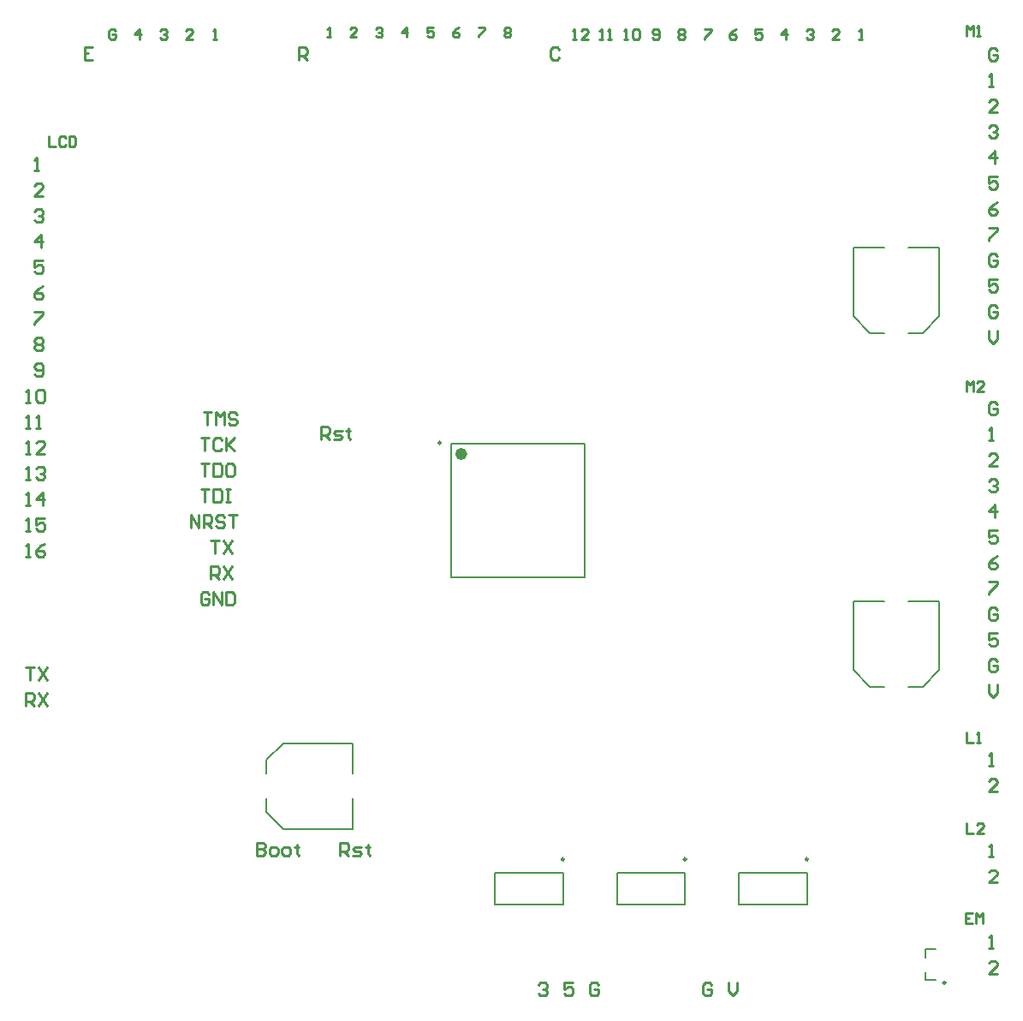
<source format=gbr>
G04 Layer_Color=65535*
%FSLAX23Y23*%
%MOIN*%
%TF.FileFunction,Legend,Top*%
%TF.Part,Single*%
G01*
G75*
%ADD32C,0.010*%
%ADD33C,0.024*%
%ADD34C,0.008*%
%ADD35C,0.010*%
D32*
X5602Y2099D02*
G03*
X5602Y2099I-5J0D01*
G01*
X4117Y2580D02*
G03*
X4117Y2580I-5J0D01*
G01*
X4592D02*
G03*
X4592Y2580I-5J0D01*
G01*
X3637Y4201D02*
G03*
X3637Y4201I-5J0D01*
G01*
X5067Y2580D02*
G03*
X5067Y2580I-5J0D01*
G01*
D33*
X3728Y4157D02*
G03*
X3728Y4157I-12J0D01*
G01*
D34*
X3023Y2698D02*
X3292D01*
Y2817D01*
Y2913D02*
Y3032D01*
X3023D02*
X3292D01*
X2958Y2763D02*
Y2817D01*
Y2763D02*
X3023Y2698D01*
X2958Y2967D02*
X3023Y3032D01*
X2958Y2913D02*
Y2967D01*
X5577Y4693D02*
Y4962D01*
X5458D02*
X5577D01*
X5243D02*
X5362D01*
X5243Y4693D02*
Y4962D01*
X5458Y4627D02*
X5512D01*
X5577Y4693D01*
X5243D02*
X5308Y4627D01*
X5362D01*
X5577Y3316D02*
Y3585D01*
X5458D02*
X5577D01*
X5243D02*
X5362D01*
X5243Y3316D02*
Y3585D01*
X5458Y3250D02*
X5512D01*
X5577Y3316D01*
X5243D02*
X5308Y3250D01*
X5362D01*
X5522Y2198D02*
Y2229D01*
X5562D01*
X5522Y2111D02*
Y2142D01*
Y2111D02*
X5562D01*
X3848Y2526D02*
X4112D01*
X3848Y2404D02*
X4112D01*
Y2526D01*
X3848Y2404D02*
Y2526D01*
X4323D02*
X4587D01*
X4323Y2404D02*
X4587D01*
Y2526D01*
X4323Y2404D02*
Y2526D01*
X3677Y3677D02*
Y4197D01*
X4197Y3677D02*
Y4197D01*
X3677D02*
X4197D01*
X3677Y3677D02*
X4197D01*
X4798Y2526D02*
X5062D01*
X4798Y2404D02*
X5062D01*
Y2526D01*
X4798Y2404D02*
Y2526D01*
D35*
X5804Y2135D02*
X5771D01*
X5804Y2168D01*
Y2176D01*
X5795Y2184D01*
X5779D01*
X5771Y2176D01*
Y2235D02*
X5787D01*
X5779D01*
Y2284D01*
X5771Y2276D01*
X5804Y2489D02*
X5771D01*
X5804Y2522D01*
Y2530D01*
X5795Y2538D01*
X5779D01*
X5771Y2530D01*
Y2589D02*
X5787D01*
X5779D01*
Y2638D01*
X5771Y2630D01*
X5804Y2843D02*
X5771D01*
X5804Y2876D01*
Y2884D01*
X5795Y2893D01*
X5779D01*
X5771Y2884D01*
Y2943D02*
X5787D01*
X5779D01*
Y2993D01*
X5771Y2984D01*
X2371Y5803D02*
X2365Y5809D01*
X2352D01*
X2345Y5803D01*
Y5777D01*
X2352Y5770D01*
X2365D01*
X2371Y5777D01*
Y5790D01*
X2358D01*
X2464Y5770D02*
Y5809D01*
X2445Y5790D01*
X2471D01*
X2545Y5803D02*
X2551Y5809D01*
X2564D01*
X2571Y5803D01*
Y5796D01*
X2564Y5790D01*
X2558D01*
X2564D01*
X2571Y5783D01*
Y5777D01*
X2564Y5770D01*
X2551D01*
X2545Y5777D01*
X2671Y5770D02*
X2645D01*
X2671Y5796D01*
Y5803D01*
X2664Y5809D01*
X2651D01*
X2645Y5803D01*
X2750Y5770D02*
X2763D01*
X2756D01*
Y5809D01*
X2750Y5803D01*
X3195Y5779D02*
X3208D01*
X3202D01*
Y5818D01*
X3195Y5811D01*
X3308Y5779D02*
X3282D01*
X3308Y5805D01*
Y5811D01*
X3302Y5818D01*
X3289D01*
X3282Y5811D01*
X3382D02*
X3389Y5818D01*
X3402D01*
X3408Y5811D01*
Y5805D01*
X3402Y5798D01*
X3395D01*
X3402D01*
X3408Y5792D01*
Y5785D01*
X3402Y5779D01*
X3389D01*
X3382Y5785D01*
X3502Y5779D02*
Y5818D01*
X3482Y5798D01*
X3508D01*
X3608Y5818D02*
X3582D01*
Y5798D01*
X3595Y5805D01*
X3602D01*
X3608Y5798D01*
Y5785D01*
X3602Y5779D01*
X3589D01*
X3582Y5785D01*
X3708Y5818D02*
X3695Y5811D01*
X3682Y5798D01*
Y5785D01*
X3689Y5779D01*
X3702D01*
X3708Y5785D01*
Y5792D01*
X3702Y5798D01*
X3682D01*
X3782Y5818D02*
X3808D01*
Y5811D01*
X3782Y5785D01*
Y5779D01*
X3882Y5811D02*
X3889Y5818D01*
X3902D01*
X3908Y5811D01*
Y5805D01*
X3902Y5798D01*
X3908Y5792D01*
Y5785D01*
X3902Y5779D01*
X3889D01*
X3882Y5785D01*
Y5792D01*
X3889Y5798D01*
X3882Y5805D01*
Y5811D01*
X3889Y5798D02*
X3902D01*
X5265Y5770D02*
X5278D01*
X5272D01*
Y5809D01*
X5265Y5803D01*
X5186Y5770D02*
X5160D01*
X5186Y5796D01*
Y5803D01*
X5180Y5809D01*
X5167D01*
X5160Y5803D01*
X5060D02*
X5067Y5809D01*
X5080D01*
X5086Y5803D01*
Y5796D01*
X5080Y5790D01*
X5073D01*
X5080D01*
X5086Y5783D01*
Y5777D01*
X5080Y5770D01*
X5067D01*
X5060Y5777D01*
X4980Y5770D02*
Y5809D01*
X4960Y5790D01*
X4986D01*
X4886Y5809D02*
X4860D01*
Y5790D01*
X4873Y5796D01*
X4880D01*
X4886Y5790D01*
Y5777D01*
X4880Y5770D01*
X4867D01*
X4860Y5777D01*
X4786Y5809D02*
X4773Y5803D01*
X4760Y5790D01*
Y5777D01*
X4767Y5770D01*
X4780D01*
X4786Y5777D01*
Y5783D01*
X4780Y5790D01*
X4760D01*
X4665Y5809D02*
X4691D01*
Y5803D01*
X4665Y5777D01*
Y5770D01*
X4560Y5803D02*
X4567Y5809D01*
X4580D01*
X4586Y5803D01*
Y5796D01*
X4580Y5790D01*
X4586Y5783D01*
Y5777D01*
X4580Y5770D01*
X4567D01*
X4560Y5777D01*
Y5783D01*
X4567Y5790D01*
X4560Y5796D01*
Y5803D01*
X4567Y5790D02*
X4580D01*
X4460Y5777D02*
X4467Y5770D01*
X4480D01*
X4486Y5777D01*
Y5803D01*
X4480Y5809D01*
X4467D01*
X4460Y5803D01*
Y5796D01*
X4467Y5790D01*
X4486D01*
X4350Y5770D02*
X4363D01*
X4357D01*
Y5809D01*
X4350Y5803D01*
X4383D02*
X4389Y5809D01*
X4402D01*
X4409Y5803D01*
Y5777D01*
X4402Y5770D01*
X4389D01*
X4383Y5777D01*
Y5803D01*
X4255Y5770D02*
X4268D01*
X4262D01*
Y5809D01*
X4255Y5803D01*
X4288Y5770D02*
X4301D01*
X4294D01*
Y5809D01*
X4288Y5803D01*
X4150Y5770D02*
X4163D01*
X4157D01*
Y5809D01*
X4150Y5803D01*
X4209Y5770D02*
X4183D01*
X4209Y5796D01*
Y5803D01*
X4202Y5809D01*
X4189D01*
X4183Y5803D01*
X5706Y2369D02*
X5680D01*
Y2330D01*
X5706D01*
X5680Y2350D02*
X5693D01*
X5719Y2330D02*
Y2369D01*
X5732Y2356D01*
X5746Y2369D01*
Y2330D01*
X5685Y2720D02*
Y2681D01*
X5711D01*
X5751D02*
X5724D01*
X5751Y2707D01*
Y2713D01*
X5744Y2720D01*
X5731D01*
X5724Y2713D01*
X5685Y3074D02*
Y3035D01*
X5711D01*
X5724D02*
X5737D01*
X5731D01*
Y3074D01*
X5724Y3068D01*
X5685Y4400D02*
Y4439D01*
X5698Y4426D01*
X5711Y4439D01*
Y4400D01*
X5751D02*
X5724D01*
X5751Y4426D01*
Y4433D01*
X5744Y4439D01*
X5731D01*
X5724Y4433D01*
X5685Y5785D02*
Y5824D01*
X5698Y5811D01*
X5711Y5824D01*
Y5785D01*
X5724D02*
X5737D01*
X5731D01*
Y5824D01*
X5724Y5818D01*
X2110Y5394D02*
Y5355D01*
X2136D01*
X2176Y5388D02*
X2169Y5394D01*
X2156D01*
X2149Y5388D01*
Y5362D01*
X2156Y5355D01*
X2169D01*
X2176Y5362D01*
X2189Y5394D02*
Y5355D01*
X2208D01*
X2215Y5362D01*
Y5388D01*
X2208Y5394D01*
X2189D01*
X4097Y5732D02*
X4089Y5740D01*
X4072D01*
X4064Y5732D01*
Y5699D01*
X4072Y5691D01*
X4089D01*
X4097Y5699D01*
X3083Y5691D02*
Y5740D01*
X3108D01*
X3116Y5732D01*
Y5716D01*
X3108Y5708D01*
X3083D01*
X3099D02*
X3116Y5691D01*
X2281Y5740D02*
X2249D01*
Y5691D01*
X2281D01*
X2249Y5716D02*
X2265D01*
X3170Y4215D02*
Y4264D01*
X3195D01*
X3203Y4256D01*
Y4240D01*
X3195Y4231D01*
X3170D01*
X3186D02*
X3203Y4215D01*
X3219D02*
X3244D01*
X3252Y4223D01*
X3244Y4231D01*
X3227D01*
X3219Y4240D01*
X3227Y4248D01*
X3252D01*
X3277Y4256D02*
Y4248D01*
X3268D01*
X3285D01*
X3277D01*
Y4223D01*
X3285Y4215D01*
X4017Y2091D02*
X4025Y2099D01*
X4042D01*
X4050Y2091D01*
Y2083D01*
X4042Y2075D01*
X4034D01*
X4042D01*
X4050Y2066D01*
Y2058D01*
X4042Y2050D01*
X4025D01*
X4017Y2058D01*
X4250Y2091D02*
X4242Y2099D01*
X4225D01*
X4217Y2091D01*
Y2058D01*
X4225Y2050D01*
X4242D01*
X4250Y2058D01*
Y2075D01*
X4234D01*
X4691Y2091D02*
X4682Y2099D01*
X4666D01*
X4658Y2091D01*
Y2058D01*
X4666Y2050D01*
X4682D01*
X4691Y2058D01*
Y2075D01*
X4674D01*
X4758Y2099D02*
Y2066D01*
X4774Y2050D01*
X4791Y2066D01*
Y2099D01*
X4150D02*
X4117D01*
Y2075D01*
X4134Y2083D01*
X4142D01*
X4150Y2075D01*
Y2058D01*
X4142Y2050D01*
X4125D01*
X4117Y2058D01*
X3245Y2595D02*
Y2644D01*
X3270D01*
X3278Y2636D01*
Y2620D01*
X3270Y2611D01*
X3245D01*
X3261D02*
X3278Y2595D01*
X3294D02*
X3319D01*
X3327Y2603D01*
X3319Y2611D01*
X3302D01*
X3294Y2620D01*
X3302Y2628D01*
X3327D01*
X3352Y2636D02*
Y2628D01*
X3343D01*
X3360D01*
X3352D01*
Y2603D01*
X3360Y2595D01*
X2920Y2644D02*
Y2595D01*
X2945D01*
X2953Y2603D01*
Y2611D01*
X2945Y2620D01*
X2920D01*
X2945D01*
X2953Y2628D01*
Y2636D01*
X2945Y2644D01*
X2920D01*
X2977Y2595D02*
X2994D01*
X3002Y2603D01*
Y2620D01*
X2994Y2628D01*
X2977D01*
X2969Y2620D01*
Y2603D01*
X2977Y2595D01*
X3027D02*
X3043D01*
X3051Y2603D01*
Y2620D01*
X3043Y2628D01*
X3027D01*
X3018Y2620D01*
Y2603D01*
X3027Y2595D01*
X3076Y2636D02*
Y2628D01*
X3068D01*
X3084D01*
X3076D01*
Y2603D01*
X3084Y2595D01*
X2055Y5260D02*
X2071D01*
X2063D01*
Y5309D01*
X2055Y5301D01*
X2088Y5160D02*
X2055D01*
X2088Y5193D01*
Y5201D01*
X2080Y5209D01*
X2063D01*
X2055Y5201D01*
Y5101D02*
X2063Y5109D01*
X2080D01*
X2088Y5101D01*
Y5093D01*
X2080Y5085D01*
X2071D01*
X2080D01*
X2088Y5076D01*
Y5068D01*
X2080Y5060D01*
X2063D01*
X2055Y5068D01*
X2080Y4960D02*
Y5009D01*
X2055Y4985D01*
X2088D01*
Y4909D02*
X2055D01*
Y4885D01*
X2071Y4893D01*
X2080D01*
X2088Y4885D01*
Y4868D01*
X2080Y4860D01*
X2063D01*
X2055Y4868D01*
X2088Y4809D02*
X2071Y4801D01*
X2055Y4785D01*
Y4768D01*
X2063Y4760D01*
X2080D01*
X2088Y4768D01*
Y4776D01*
X2080Y4785D01*
X2055D01*
Y4709D02*
X2088D01*
Y4701D01*
X2055Y4668D01*
Y4660D01*
Y4601D02*
X2063Y4609D01*
X2080D01*
X2088Y4601D01*
Y4593D01*
X2080Y4585D01*
X2088Y4576D01*
Y4568D01*
X2080Y4560D01*
X2063D01*
X2055Y4568D01*
Y4576D01*
X2063Y4585D01*
X2055Y4593D01*
Y4601D01*
X2063Y4585D02*
X2080D01*
X2055Y4468D02*
X2063Y4460D01*
X2080D01*
X2088Y4468D01*
Y4501D01*
X2080Y4509D01*
X2063D01*
X2055Y4501D01*
Y4493D01*
X2063Y4485D01*
X2088D01*
X2020Y4358D02*
X2037D01*
X2029D01*
Y4407D01*
X2020Y4399D01*
X2061D02*
X2070Y4407D01*
X2086D01*
X2094Y4399D01*
Y4366D01*
X2086Y4358D01*
X2070D01*
X2061Y4366D01*
Y4399D01*
X2020Y4258D02*
X2037D01*
X2029D01*
Y4307D01*
X2020Y4299D01*
X2061Y4258D02*
X2078D01*
X2070D01*
Y4307D01*
X2061Y4299D01*
X2020Y4158D02*
X2037D01*
X2029D01*
Y4207D01*
X2020Y4199D01*
X2094Y4158D02*
X2061D01*
X2094Y4190D01*
Y4199D01*
X2086Y4207D01*
X2070D01*
X2061Y4199D01*
X2020Y4058D02*
X2037D01*
X2029D01*
Y4107D01*
X2020Y4099D01*
X2061D02*
X2070Y4107D01*
X2086D01*
X2094Y4099D01*
Y4090D01*
X2086Y4082D01*
X2078D01*
X2086D01*
X2094Y4074D01*
Y4066D01*
X2086Y4058D01*
X2070D01*
X2061Y4066D01*
X2020Y3958D02*
X2037D01*
X2029D01*
Y4007D01*
X2020Y3999D01*
X2086Y3958D02*
Y4007D01*
X2061Y3982D01*
X2094D01*
X2020Y3858D02*
X2037D01*
X2029D01*
Y3907D01*
X2020Y3899D01*
X2094Y3907D02*
X2061D01*
Y3882D01*
X2078Y3890D01*
X2086D01*
X2094Y3882D01*
Y3866D01*
X2086Y3858D01*
X2070D01*
X2061Y3866D01*
X2020Y3758D02*
X2037D01*
X2029D01*
Y3807D01*
X2020Y3799D01*
X2094Y3807D02*
X2078Y3799D01*
X2061Y3782D01*
Y3766D01*
X2070Y3758D01*
X2086D01*
X2094Y3766D01*
Y3774D01*
X2086Y3782D01*
X2061D01*
X2020Y3327D02*
X2053D01*
X2037D01*
Y3278D01*
X2070Y3327D02*
X2102Y3278D01*
Y3327D02*
X2070Y3278D01*
X2020Y3178D02*
Y3227D01*
X2045D01*
X2053Y3219D01*
Y3203D01*
X2045Y3194D01*
X2020D01*
X2037D02*
X2053Y3178D01*
X2070Y3227D02*
X2102Y3178D01*
Y3227D02*
X2070Y3178D01*
X5804Y3551D02*
X5795Y3559D01*
X5779D01*
X5771Y3551D01*
Y3518D01*
X5779Y3510D01*
X5795D01*
X5804Y3518D01*
Y3534D01*
X5787D01*
X5804Y3459D02*
X5771D01*
Y3434D01*
X5787Y3442D01*
X5795D01*
X5804Y3434D01*
Y3418D01*
X5795Y3410D01*
X5779D01*
X5771Y3418D01*
X5804Y3351D02*
X5795Y3359D01*
X5779D01*
X5771Y3351D01*
Y3318D01*
X5779Y3310D01*
X5795D01*
X5804Y3318D01*
Y3334D01*
X5787D01*
X5771Y3259D02*
Y3226D01*
X5787Y3210D01*
X5804Y3226D01*
Y3259D01*
X5795Y3910D02*
Y3959D01*
X5771Y3934D01*
X5804D01*
Y3859D02*
X5771D01*
Y3834D01*
X5787Y3842D01*
X5795D01*
X5804Y3834D01*
Y3818D01*
X5795Y3810D01*
X5779D01*
X5771Y3818D01*
X5804Y3759D02*
X5787Y3751D01*
X5771Y3734D01*
Y3718D01*
X5779Y3710D01*
X5795D01*
X5804Y3718D01*
Y3726D01*
X5795Y3734D01*
X5771D01*
Y3659D02*
X5804D01*
Y3651D01*
X5771Y3618D01*
Y3610D01*
X5804Y4351D02*
X5795Y4359D01*
X5779D01*
X5771Y4351D01*
Y4318D01*
X5779Y4310D01*
X5795D01*
X5804Y4318D01*
Y4334D01*
X5787D01*
X5771Y4210D02*
X5787D01*
X5779D01*
Y4259D01*
X5771Y4251D01*
X5804Y4110D02*
X5771D01*
X5804Y4142D01*
Y4151D01*
X5795Y4159D01*
X5779D01*
X5771Y4151D01*
Y4051D02*
X5779Y4059D01*
X5795D01*
X5804Y4051D01*
Y4042D01*
X5795Y4034D01*
X5787D01*
X5795D01*
X5804Y4026D01*
Y4018D01*
X5795Y4010D01*
X5779D01*
X5771Y4018D01*
X5804Y4928D02*
X5795Y4937D01*
X5779D01*
X5771Y4928D01*
Y4896D01*
X5779Y4887D01*
X5795D01*
X5804Y4896D01*
Y4912D01*
X5787D01*
X5804Y4837D02*
X5771D01*
Y4812D01*
X5787Y4820D01*
X5795D01*
X5804Y4812D01*
Y4796D01*
X5795Y4787D01*
X5779D01*
X5771Y4796D01*
X5804Y4728D02*
X5795Y4737D01*
X5779D01*
X5771Y4728D01*
Y4696D01*
X5779Y4687D01*
X5795D01*
X5804Y4696D01*
Y4712D01*
X5787D01*
X5771Y4637D02*
Y4604D01*
X5787Y4587D01*
X5804Y4604D01*
Y4637D01*
X5795Y5287D02*
Y5337D01*
X5771Y5312D01*
X5804D01*
Y5237D02*
X5771D01*
Y5212D01*
X5787Y5220D01*
X5795D01*
X5804Y5212D01*
Y5196D01*
X5795Y5187D01*
X5779D01*
X5771Y5196D01*
X5804Y5137D02*
X5787Y5128D01*
X5771Y5112D01*
Y5096D01*
X5779Y5087D01*
X5795D01*
X5804Y5096D01*
Y5104D01*
X5795Y5112D01*
X5771D01*
Y5037D02*
X5804D01*
Y5028D01*
X5771Y4996D01*
Y4987D01*
X5804Y5728D02*
X5795Y5737D01*
X5779D01*
X5771Y5728D01*
Y5696D01*
X5779Y5687D01*
X5795D01*
X5804Y5696D01*
Y5712D01*
X5787D01*
X5771Y5587D02*
X5787D01*
X5779D01*
Y5637D01*
X5771Y5628D01*
X5804Y5487D02*
X5771D01*
X5804Y5520D01*
Y5528D01*
X5795Y5537D01*
X5779D01*
X5771Y5528D01*
Y5428D02*
X5779Y5437D01*
X5795D01*
X5804Y5428D01*
Y5420D01*
X5795Y5412D01*
X5787D01*
X5795D01*
X5804Y5404D01*
Y5396D01*
X5795Y5387D01*
X5779D01*
X5771Y5396D01*
X2735Y3611D02*
X2726Y3619D01*
X2710D01*
X2702Y3611D01*
Y3578D01*
X2710Y3570D01*
X2726D01*
X2735Y3578D01*
Y3595D01*
X2718D01*
X2751Y3570D02*
Y3619D01*
X2784Y3570D01*
Y3619D01*
X2800D02*
Y3570D01*
X2825D01*
X2833Y3578D01*
Y3611D01*
X2825Y3619D01*
X2800D01*
X2741Y3670D02*
Y3719D01*
X2766D01*
X2774Y3711D01*
Y3695D01*
X2766Y3686D01*
X2741D01*
X2758D02*
X2774Y3670D01*
X2790Y3719D02*
X2823Y3670D01*
Y3719D02*
X2790Y3670D01*
X2741Y3819D02*
X2774D01*
X2758D01*
Y3770D01*
X2790Y3819D02*
X2823Y3770D01*
Y3819D02*
X2790Y3770D01*
X2663Y3870D02*
Y3919D01*
X2695Y3870D01*
Y3919D01*
X2712Y3870D02*
Y3919D01*
X2736D01*
X2745Y3911D01*
Y3895D01*
X2736Y3886D01*
X2712D01*
X2728D02*
X2745Y3870D01*
X2794Y3911D02*
X2786Y3919D01*
X2769D01*
X2761Y3911D01*
Y3903D01*
X2769Y3895D01*
X2786D01*
X2794Y3886D01*
Y3878D01*
X2786Y3870D01*
X2769D01*
X2761Y3878D01*
X2810Y3919D02*
X2843D01*
X2827D01*
Y3870D01*
X2702Y4019D02*
X2735D01*
X2718D01*
Y3970D01*
X2751Y4019D02*
Y3970D01*
X2776D01*
X2784Y3978D01*
Y4011D01*
X2776Y4019D01*
X2751D01*
X2800D02*
X2817D01*
X2808D01*
Y3970D01*
X2800D01*
X2817D01*
X2702Y4119D02*
X2735D01*
X2718D01*
Y4070D01*
X2751Y4119D02*
Y4070D01*
X2776D01*
X2784Y4078D01*
Y4111D01*
X2776Y4119D01*
X2751D01*
X2825D02*
X2808D01*
X2800Y4111D01*
Y4078D01*
X2808Y4070D01*
X2825D01*
X2833Y4078D01*
Y4111D01*
X2825Y4119D01*
X2702Y4219D02*
X2735D01*
X2718D01*
Y4170D01*
X2784Y4211D02*
X2776Y4219D01*
X2759D01*
X2751Y4211D01*
Y4178D01*
X2759Y4170D01*
X2776D01*
X2784Y4178D01*
X2800Y4219D02*
Y4170D01*
Y4186D01*
X2833Y4219D01*
X2808Y4195D01*
X2833Y4170D01*
X2712Y4319D02*
X2745D01*
X2728D01*
Y4270D01*
X2761D02*
Y4319D01*
X2777Y4303D01*
X2794Y4319D01*
Y4270D01*
X2843Y4311D02*
X2835Y4319D01*
X2818D01*
X2810Y4311D01*
Y4303D01*
X2818Y4295D01*
X2835D01*
X2843Y4286D01*
Y4278D01*
X2835Y4270D01*
X2818D01*
X2810Y4278D01*
%TF.MD5,35C627477388BC601A484B149AD9E7D2*%
M02*

</source>
